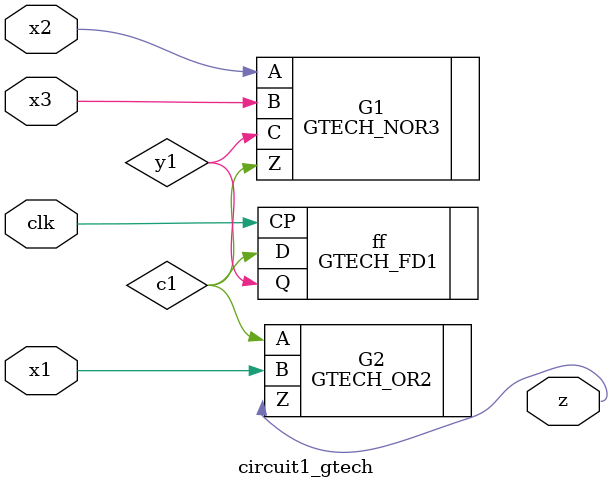
<source format=v>
module circuit1_gtech ( clk, x1, x2, x3, z ); 
input clk, x1, x2, x3;
output z; 
wire y1, c1;
GTECH_NOR3 G1 ( .A(x2), .B(x3), .C(y1), .Z(c1) );
GTECH_FD1 ff ( .D(c1), .CP(clk), .Q(y1) );
GTECH_OR2 G2 ( .A(c1), .B(x1), .Z(z) );
endmodule


</source>
